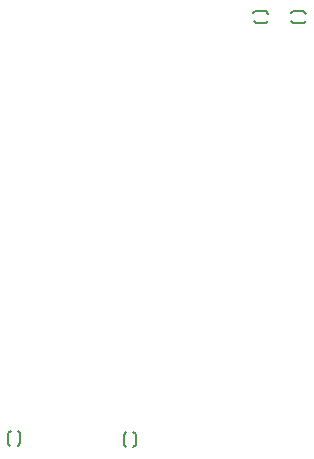
<source format=gbr>
G04 start of page 11 for group -4078 idx -4078 *
G04 Title: (unknown), bottomsilk *
G04 Creator: pcb 4.2.0 *
G04 CreationDate: Mon Sep 28 05:23:14 2020 UTC *
G04 For: commonadmin *
G04 Format: Gerber/RS-274X *
G04 PCB-Dimensions (mil): 3500.00 4250.00 *
G04 PCB-Coordinate-Origin: lower left *
%MOIN*%
%FSLAX25Y25*%
%LNBOTTOMSILK*%
%ADD126C,0.0060*%
G54D126*X283150Y296900D02*X283950Y296100D01*
X279650Y296900D02*X283150D01*
X278950Y296200D02*X279650Y296900D01*
X279750Y292900D02*X279050Y293600D01*
X279750Y292900D02*X283250D01*
X283950Y293600D02*X283250Y292900D01*
X270650Y296900D02*X271450Y296100D01*
X267150Y296900D02*X270650D01*
X266450Y296200D02*X267150Y296900D01*
X267250Y292900D02*X266550Y293600D01*
X267250Y292900D02*X270750D01*
X271450Y293600D02*X270750Y292900D01*
X184800Y156250D02*X185600Y157050D01*
X184800Y156250D02*Y152750D01*
X185500Y152050D02*X184800Y152750D01*
X188800Y152850D02*X188100Y152150D01*
X188800Y156350D02*Y152850D01*
X188100Y157050D02*X188800Y156350D01*
X227200Y152400D02*X226400Y151600D01*
X227200Y155900D02*Y152400D01*
X226500Y156600D02*X227200Y155900D01*
X223200Y155800D02*X223900Y156500D01*
X223200Y155800D02*Y152300D01*
X223900Y151600D02*X223200Y152300D01*
M02*

</source>
